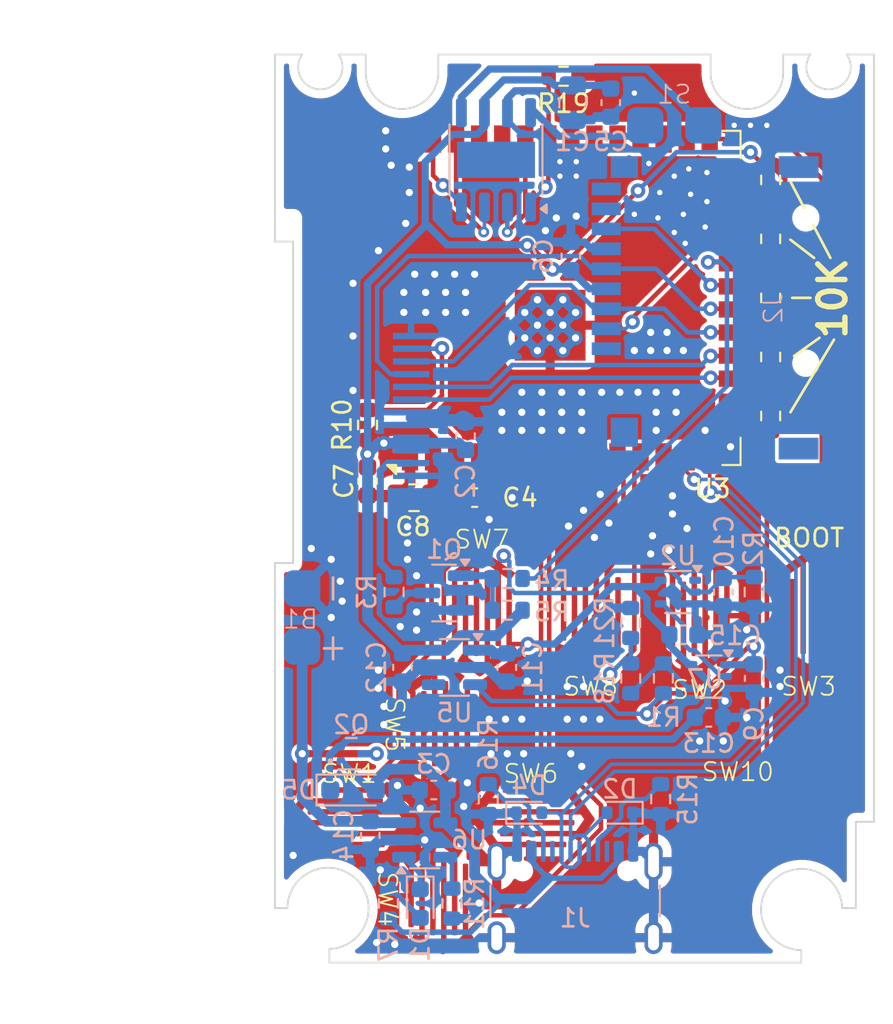
<source format=kicad_pcb>
(kicad_pcb (version 20240108) (generator "pcbnew") (generator_version "8.0")
  (layers (0 "F.Cu" signal) (31 "B.Cu" signal) (34 "B.Paste" user) (35 "F.Paste" user) (36 "B.SilkS" user "B.Silkscreen") (37 "F.SilkS" user "F.Silkscreen") (38 "B.Mask" user) (39 "F.Mask" user) (44 "Edge.Cuts" user))
  (net 0 "")
  (net 1 "GND")
  (net 2 "+3.3V")
  (net 3 "+BATT")
  (net 4 "+5V")
  (net 5 "/USB_DN")
  (net 6 "/USB_DP")
  (net 7 "/EN")
  (net 8 "Net-(D1-A)")
  (net 9 "Net-(J1-CC1)")
  (net 10 "Net-(J1-CC2)")
  (net 12 "/SD_CS")
  (net 14 "/START")
  (net 15 "/B")
  (net 16 "/A")
  (net 19 "/MOSI")
  (net 20 "/MISO")
  (net 21 "/SCK")
  (net 22 "Net-(DS1-K)")
  (net 23 "/BLK")
  (net 24 "/VBAT")
  (net 28 "/D{slash}C")
  (net 30 "/CS")
  (net 34 "/I2S_DATA")
  (net 35 "/I2S_BCK")
  (net 36 "/I2S_WS")
  (net 37 "/I2S_ENABLE")
  (net 38 "Net-(U5-EN)")
  (net 39 "S+")
  (net 40 "S-")
  (net 41 "/ON{slash}OFF")
  (net 42 "/LEFT")
  (net 43 "/DOWN")
  (net 44 "/UP")
  (net 45 "/RIGHT")
  (net 46 "Net-(U6-PROG)")
  (net 47 "Net-(D1-K)")
  (net 48 "VCC")
  (net 49 "Net-(U7-Q)")
  (net 50 "Net-(U7-CLK)")
  (net 53 "Net-(Q1-C)")
  (net 54 "Net-(Q1-B)")
  (net 60 "/MENU")
  (footprint "Capacitor_SMD:C_0603_1608Metric" (layer "F.Cu") (at 104 84.4 180)
    (property "Reference" "C4")
    (property "Value" "1uF")
  )
  (footprint "Resistor_SMD:R_0603_1608Metric" (layer "F.Cu") (at 120.31 66.905 -90)
    (property "Reference" "R13" (hide yes))
    (property "Value" "10K")
  )
  (footprint "Resistor_SMD:R_0603_1608Metric" (layer "F.Cu") (at 120.31 79.905 -90)
    (property "Reference" "R8" (hide yes))
    (property "Value" "10K")
  )
  (footprint "custom symbols:Membrane Button Hema Console" (layer "F.Cu") (at 107.1 102 90)
    (property "Reference" "SW6")
    (property "Value" "RIGHT" (hide yes))
  )
  (footprint "Resistor_SMD:R_0603_1608Metric" (layer "F.Cu") (at 98.1 80.4 -90)
    (property "Reference" "R10")
    (property "Value" "10K")
  )
  (footprint "Resistor_SMD:R_0603_1608Metric" (layer "F.Cu") (at 108.9 61.2)
    (property "Reference" "R19")
    (property "Value" "10K")
  )
  (footprint "custom symbols:Membrane Button Hema Console" (layer "F.Cu") (at 102.1 96.9 180)
    (property "Reference" "SW5")
    (property "Value" "UP" (hide yes))
  )
  (footprint "custom symbols:Membrane Button Hema Console" (layer "F.Cu") (at 122.4 90.725 180)
    (property "Reference" "SW3")
    (property "Value" "B" (hide yes))
  )
  (footprint "custom symbols:Membrane Button Hema Console" (layer "F.Cu") (at 118.5 102 90)
    (property "Reference" "SW10")
    (property "Value" "A" (hide yes))
  )
  (footprint "Resistor_SMD:R_0603_1608Metric" (layer "F.Cu") (at 120.31 73.405 -90)
    (property "Reference" "R14" (hide yes))
    (property "Value" "10K")
  )
  (footprint "custom symbols:Membrane Button Hema Console" (layer "F.Cu") (at 116.4 90.725)
    (property "Reference" "SW2")
    (property "Value" "START" (hide yes))
  )
  (footprint "custom symbols:Membrane Button Hema Console" (layer "F.Cu") (at 104.4 90.725)
    (property "Reference" "SW7")
    (property "Value" "ON/OFF" (hide yes))
  )
  (footprint "custom symbols:Membrane Button Hema Console" (layer "F.Cu") (at 102 106.5 180)
    (property "Reference" "SW4")
    (property "Value" "DOWN" (hide yes))
  )
  (footprint "Capacitor_SMD:C_0805_2012Metric" (layer "F.Cu") (at 100.66 84.405)
    (property "Reference" "C8")
    (property "Value" "10uF")
  )
  (footprint "RF_Module:ESP32-S3-WROOM-1" (layer "F.Cu") (at 105.7 73.405 90)
    (property "Reference" "U3")
    (property "Value" "ESP32-S3-WROOM-1")
  )
  (footprint "custom symbols:Membrane Button Hema Console" (layer "F.Cu") (at 97.1 102 90)
    (property "Reference" "SW1")
    (property "Value" "LEFT" (hide yes))
  )
  (footprint "custom symbols:Membrane Button Hema Console" (layer "F.Cu") (at 110.4 90.725 180)
    (property "Reference" "SW8")
    (property "Value" "MENU" (hide yes))
  )
  (footprint "Resistor_SMD:R_0603_1608Metric" (layer "F.Cu") (at 120.31 70.155 -90)
    (property "Reference" "R9" (hide yes))
    (property "Value" "10K")
  )
  (footprint "Resistor_SMD:R_0603_1608Metric" (layer "F.Cu") (at 120.31 76.655 90)
    (property "Reference" "R6" (hide yes))
    (property "Value" "10K")
  )
  (footprint "Capacitor_SMD:C_0603_1608Metric" (layer "F.Cu") (at 98.1 83.5 -90)
    (property "Reference" "C7")
    (property "Value" "100nF")
  )
  (footprint "Diode_SMD:D_SOD-523" (layer "B.Cu") (at 107 101.75)
    (property "Reference" "D4")
    (property "Value" "LESD5D5.0CT1G")
  )
  (footprint "Capacitor_SMD:C_0603_1608Metric" (layer "B.Cu") (at 105.775 93.75 90)
    (property "Reference" "C11")
    (property "Value" "1uF")
  )
  (footprint "Capacitor_SMD:C_0603_1608Metric" (layer "B.Cu") (at 119.4 94.35 90)
    (property "Reference" "C9")
    (property "Value" "1uF")
  )
  (footprint "Capacitor_SMD:C_0805_2012Metric" (layer "B.Cu") (at 109.4 62.65 90)
    (property "Reference" "C1")
    (property "Value" "10uF")
  )
  (footprint "Package_TO_SOT_SMD:SOT-353_SC-70-5" (layer "B.Cu") (at 116.9 94.25 180)
    (property "Reference" "U7")
    (property "Value" "SN74LVC1G80DCKR")
  )
  (footprint "Capacitor_SMD:C_0603_1608Metric" (layer "B.Cu") (at 101.75 100.5 180)
    (property "Reference" "C3")
    (property "Value" "2.2uF")
  )
  (footprint "Package_SO:HSOP-8-1EP_3.9x4.9mm_P1.27mm_EP2.3x2.3mm" (layer "B.Cu") (at 105.175 65.8 90)
    (property "Reference" "U4" (hide yes))
    (property "Value" "NS4168")
  )
  (footprint "Capacitor_SMD:C_0603_1608Metric" (layer "B.Cu") (at 100.025 93.75 -90)
    (property "Reference" "C12")
    (property "Value" "1uF")
  )
  (footprint "Diode_SMD:D_SOD-323_HandSoldering" (layer "B.Cu") (at 97.3 100.5)
    (property "Reference" "D5")
    (property "Value" "BAT760")
  )
  (footprint "Capacitor_SMD:C_0603_1608Metric" (layer "B.Cu") (at 115.5 91.95)
    (property "Reference" "C15")
    (property "Value" "100nF")
  )
  (footprint "Capacitor_SMD:C_0603_1608Metric" (layer "B.Cu") (at 109.3 71.1 90)
    (property "Reference" "C6")
    (property "Value" "100nF")
  )
  (footprint "Capacitor_SMD:C_0603_1608Metric" (layer "B.Cu") (at 111.5 62.65 90)
    (property "Reference" "C5")
    (property "Value" "100nF")
  )
  (footprint "LED_SMD:LED_0603_1608Metric" (layer "B.Cu") (at 101 106.75 -90)
    (property "Reference" "D1")
    (property "Value" "RLED")
  )
  (footprint "Package_TO_SOT_SMD:SOT-23-5" (layer "B.Cu") (at 102.8875 93.75 180)
    (property "Reference" "U5")
    (property "Value" "AP2112K-3.3")
  )
  (footprint "Package_TO_SOT_SMD:SOT-353_SC-70-5" (layer "B.Cu") (at 115.2 89.6 180)
    (property "Reference" "U2")
    (property "Value" "74LVC1G17")
  )
  (footprint "Resistor_SMD:R_0603_1608Metric" (layer "B.Cu") (at 104.75 101 90)
    (property "Reference" "R16")
    (property "Value" "5K1")
  )
  (footprint "custom symbols:BAT" (layer "B.Cu") (at 94.5 91 -90)
    (property "Reference" "B1")
    (property "Value" "battery_3.7v")
  )
  (footprint "Resistor_SMD:R_0603_1608Metric" (layer "B.Cu") (at 112.6 94.35 -90)
    (property "Reference" "R18")
    (property "Value" "10K")
  )
  (footprint "Package_TO_SOT_SMD:SOT-23-5" (layer "B.Cu") (at 101.25 103.25)
    (property "Reference" "U6")
    (property "Value" "TP4054")
  )
  (footprint "Resistor_SMD:R_0603_1608Metric" (layer "B.Cu") (at 99.25 106.75 -90)
    (property "Reference" "R7")
    (property "Value" "1K")
  )
  (footprint "Resistor_SMD:R_0603_1608Metric" (layer "B.Cu") (at 119.4 89.6 -90)
    (property "Reference" "R2")
    (property "Value" "10K")
  )
  (footprint "Resistor_SMD:R_0603_1608Metric" (layer "B.Cu") (at 114.4 94.35 90)
    (property "Reference" "R1")
    (property "Value" "10K")
  )
  (footprint "Resistor_SMD:R_0603_1608Metric" (layer "B.Cu") (at 102.75 106.75 -90)
    (property "Reference" "R11")
    (property "Value" "4K7")
  )
  (footprint "Resistor_SMD:R_0603_1608Metric" (layer "B.Cu") (at 99.5625 89.6 90)
    (property "Reference" "R3")
    (property "Value" "10R")
  )
  (footprint "custom symbols:ST7789-320x240" (layer "B.Cu") (at 105.3 79.375 -90)
    (property "Reference" "DS1" (hide yes))
    (property "Value" "ST7789")
  )
  (footprint "Capacitor_SMD:C_0603_1608Metric" (layer "B.Cu") (at 98.25 103 -90)
    (property "Reference" "C14")
    (property "Value" "2.2uF")
  )
  (footprint "Package_TO_SOT_SMD:SOT-23" (layer "B.Cu") (at 102.3125 89.65 180)
    (property "Reference" "Q1")
    (property "Value" "NPN_S9013")
  )
  (footprint "Diode_SMD:D_SOD-523" (layer "B.Cu") (at 112 101.75 180)
    (property "Reference" "D2")
    (property "Value" "LESD5D5.0CT1G")
  )
  (footprint "Package_TO_SOT_SMD:SOT-723" (layer "B.Cu") (at 97.2 98.5)
    (property "Reference" "Q2")
    (property "Value" "CJ3139K")
  )
  (footprint "Capacitor_SMD:C_0603_1608Metric" (layer "B.Cu") (at 117.7 89.6 90)
    (property "Reference" "C10")
    (property "Value" "1uF")
  )
  (footprint "Resistor_SMD:R_0603_1608Metric" (layer "B.Cu") (at 112.6 91.3 -90)
    (property "Reference" "R21")
    (property "Value" "10K")
  )
  (footprint "Capacitor_SMD:C_0603_1608Metric" (layer "B.Cu") (at 116.9 96.5)
    (property "Reference" "C13")
    (property "Value" "100nF")
  )
  (footprint "custom symbols:micro_sd" (layer "B.Cu") (at 120.95 74 -90)
    (property "Reference" "J2")
    (property "Value" "Micro_SD_Card")
  )
  (footprint "Resistor_SMD:R_0603_1608Metric" (layer "B.Cu") (at 105.8125 90.6)
    (property "Reference" "R5")
    (property "Value" "10K")
  )
  (footprint "Resistor_SMD:R_0603_1608Metric" (layer "B.Cu") (at 114.25 101 -90)
    (property "Reference" "R15")
    (property "Value" "5K1")
  )
  (footprint "Capacitor_SMD:C_0603_1608Metric" (layer "B.Cu") (at 103.5 81 90)
    (property "Reference" "C2")
    (property "Value" "100nF")
  )
  (footprint "Resistor_SMD:R_0603_1608Metric" (layer "B.Cu") (at 105.8125 88.85 180)
    (property "Reference" "R4")
    (property "Value" "1K")
  )
  (footprint "custom symbols:BAT" (layer "B.Cu") (at 115 63.9 180)
    (property "Reference" "S1")
    (property "Value" "Speaker")
  )
  (footprint "Connector_USB:USB_C_Receptacle_GCT_USB4105-xx-A_16P_TopMnt_Horizontal" (layer "B.Cu") (at 109.535614 107.555 180)
    (property "Reference" "J1")
    (property "Value" "USB_C_Receptacle_USB2.0_14P")
  )
  (gr_line (start 95.7 92.7) (end 96.7 92.7) (stroke (width 0.15)) (layer "B.SilkS"))
  (gr_line (start 96.2 92.1) (end 96.2 93.3) (stroke (width 0.15)) (layer "B.SilkS"))
  (gr_line (start 96.2 88.8) (end 96.2 90) (stroke (width 0.15)) (layer "B.SilkS"))
  (gr_line (start 123.8 75.7) (end 121.4 79.7) (stroke (width 0.15)) (layer "F.SilkS"))
  (gr_line (start 121.5 73.4) (end 122.5 73.4) (stroke (width 0.15)) (layer "F.SilkS"))
  (gr_line (start 121.4 70.2) (end 122.7 71.2) (stroke (width 0.15)) (layer "F.SilkS"))
  (gr_line (start 121.4 67) (end 123.6 71.2) (stroke (width 0.15)) (layer "F.SilkS"))
  (gr_line (start 121.6 76.6) (end 123 75.6) (stroke (width 0.15)) (layer "F.SilkS"))
  (gr_line (start 124.5 60) (end 126 60) (stroke (width 0.1)) (layer "Edge.Cuts"))
  (gr_line (start 98 60) (end 96.5 60) (stroke (width 0.1)) (layer "Edge.Cuts"))
  (gr_arc (start 121 61) (mid 119 63) (end 117 61) (stroke (width 0.1)) (layer "Edge.Cuts"))
  (gr_line (start 102 60) (end 117 60) (stroke (width 0.1)) (layer "Edge.Cuts"))
  (gr_arc (start 124.5 60) (mid 123.5 61.920654) (end 122.5 60) (stroke (width 0.1)) (layer "Edge.Cuts"))
  (gr_line (start 124.25 107) (end 125 107) (stroke (width 0.1)) (layer "Edge.Cuts"))
  (gr_line (start 102 61) (end 102 60) (stroke (width 0.1)) (layer "Edge.Cuts"))
  (gr_line (start 94 88) (end 93 88) (stroke (width 0.1)) (layer "Edge.Cuts"))
  (gr_line (start 121 60) (end 122.5 60) (stroke (width 0.1)) (layer "Edge.Cuts"))
  (gr_line (start 92.999883 70.3) (end 93 60) (stroke (width 0.1)) (layer "Edge.Cuts"))
  (gr_line (start 117 60) (end 117 61) (stroke (width 0.1)) (layer "Edge.Cuts"))
  (gr_line (start 122 110.000234) (end 121.999542 109.314016) (stroke (width 0.1)) (layer "Edge.Cuts"))
  (gr_line (start 94.000117 70.3) (end 94 88) (stroke (width 0.1)) (layer "Edge.Cuts"))
  (gr_line (start 96 109.25) (end 96 110) (stroke (width 0.1)) (layer "Edge.Cuts"))
  (gr_arc (start 96.5 60) (mid 95.5 61.920654) (end 94.5 60) (stroke (width 0.1)) (layer "Edge.Cuts"))
  (gr_line (start 125 102.25) (end 125 107) (stroke (width 0.1)) (layer "Edge.Cuts"))
  (gr_arc (start 102 61) (mid 100 63) (end 98 61) (stroke (width 0.1)) (layer "Edge.Cuts"))
  (gr_line (start 125 102.25) (end 126 102.25) (stroke (width 0.1)) (layer "Edge.Cuts"))
  (gr_line (start 93 88) (end 92.999766 107) (stroke (width 0.1)) (layer "Edge.Cuts"))
  (gr_line (start 121 61) (end 121 60) (stroke (width 0.1)) (layer "Edge.Cuts"))
  (gr_line (start 98 60) (end 98 61) (stroke (width 0.1)) (layer "Edge.Cuts"))
  (gr_line (start 126 60) (end 126 102.25) (stroke (width 0.1)) (layer "Edge.Cuts"))
  (gr_line (start 122 110.000234) (end 96 110) (stroke (width 0.1)) (layer "Edge.Cuts"))
  (gr_line (start 93 60) (end 94.5 60) (stroke (width 0.1)) (layer "Edge.Cuts"))
  (gr_arc (start 121.999543 109.314016) (mid 120.412726 105.519449) (end 124.25 107) (stroke (width 0.1)) (layer "Edge.Cuts"))
  (gr_line (start 92.999766 107) (end 93.685984 106.999542) (stroke (width 0.1)) (layer "Edge.Cuts"))
  (gr_line (start 92.999883 70.3) (end 94.000117 70.3) (stroke (width 0.1)) (layer "Edge.Cuts"))
  (gr_arc (start 93.685984 106.999542) (mid 97.480552 105.41272) (end 96 109.249999) (stroke (width 0.1)) (layer "Edge.Cuts"))
  (gr_text "BOOT" (at 120.4 87.2 0) (layer "F.SilkS") (effects (font (size 1 1)) (justify left bottom)))
  (gr_text "10K" (at 124.6 75.8 90) (layer "F.SilkS") (effects (font (size 1.5 1.5) (thickness 0.3) (bold yes)) (justify left bottom)))
  (segment (start 98.1 84.275) (end 99.58 84.275) (width 0.6) (layer "F.Cu") (net 1))
  (segment (start 100.44 83.675) (end 99.71 84.405) (width 0.6) (layer "F.Cu") (net 1))
  (segment (start 104.765614 104.45) (end 103.148321 102.832707) (width 0.5) (layer "F.Cu") (net 1))
  (segment (start 100.44 82.155) (end 100.44 83.675) (width 0.6) (layer "F.Cu") (net 1))
  (segment (start 99.58 84.275) (end 99.71 84.405) (width 0.6) (layer "F.Cu") (net 1))
  (segment (start 103.148321 102.832707) (end 101.567241 102.832707) (width 0.5) (layer "F.Cu") (net 1))
  (segment (start 105.215614 104.45) (end 104.765614 104.45) (width 0.5) (layer "F.Cu") (net 1))
  (segment (start 101.567241 102.832707) (end 101.216588 103.18336) (width 0.5) (layer "F.Cu") (net 1))
  (via (at 112 78.6) (size 0.8) (drill 0.4) (layers "F.Cu" "B.Cu") (net 1))
  (via (at 118.1 81.6) (size 0.8) (drill 0.4) (layers "F.Cu" "B.Cu") (net 1))
  (via (at 98.6 108.9) (size 0.8) (drill 0.4) (layers "F.Cu" "B.Cu") (net 1))
  (via (at 107.7 79.7) (size 0.8) (drill 0.4) (layers "F.Cu" "B.Cu") (net 1))
  (via (at 115.1 79.7) (size 0.8) (drill 0.4) (layers "F.Cu" "B.Cu") (net 1))
  (via (at 100.7 72.1) (size 0.8) (drill 0.4) (layers "F.Cu" "B.Cu") (net 1))
  (via (at 98.7 94.9) (size 0.8) (drill 0.4) (layers "F.Cu" "B.Cu") (net 1))
  (via (at 117.8 95.6) (size 0.8) (drill 0.4) (layers "F.Cu" "B.Cu") (net 1))
  (via (at 101.25 103.25) (size 0.8) (drill 0.4) (layers "F.Cu" "B.Cu") (net 1))
  (via (at 116.8 68.1) (size 0.6) (drill 0.3) (layers "F.Cu" "B.Cu") (net 1))
  (via (at 116.8 66.5) (size 0.6) (drill 0.3) (layers "F.Cu" "B.Cu") (net 1))
  (via (at 108.7 65.9) (size 0.6) (drill 0.3) (layers "F.Cu" "B.Cu") (net 1))
  (via (at 115 69.8) (size 0.6) (drill 0.3) (layers "F.Cu" "B.Cu") (net 1))
  (via (at 117.7 97.8) (size 0.8) (drill 0.4) (layers "F.Cu" "B.Cu") (net 1))
  (via (at 100.4 67.6) (size 0.8) (drill 0.4) (layers "F.Cu" "B.Cu") (net 1))
  (via (at 114.1 69) (size 0.6) (drill 0.3) (layers "F.Cu" "B.Cu") (net 1))
  (via (at 100.2 69.3) (size 0.8) (drill 0.4) (layers "F.Cu" "B.Cu") (net 1))
  (via (at 105.5 79.7) (size 0.8) (drill 0.4) (layers "F.Cu" "B.Cu") (net 1))
  (via (at 103.5 74.2) (size 0.8) (drill 0.4) (layers "F.Cu" "B.Cu") (net 1))
  (via (at 110 96.6) (size 0.8) (drill 0.4) (layers "F.Cu" "B.Cu") (net 1))
  (via (at 112.8 76.3) (size 0.8) (drill 0.4) (layers "F.Cu" "B.Cu") (net 1))
  (via (at 98.8 104.9) (size 0.8) (drill 0.4) (layers "F.Cu" "B.Cu") (net 1))
  (via (at 119 96.5) (size 0.8) (drill 0.4) (layers "F.Cu" "B.Cu") (net 1))
  (via (at 103.4 101.4) (size 0.8) (drill 0.4) (layers "F.Cu" "B.Cu") (net 1))
  (via (at 115.1 78.6) (size 0.8) (drill 0.4) (layers "F.Cu" "B.Cu") (net 1))
  (via (at 98.7 70.8) (size 0.8) (drill 0.4) (layers "F.Cu" "B.Cu") (net 1))
  (via (at 101.3 73.1) (size 0.8) (drill 0.4) (layers "F.Cu" "B.Cu") (net 1))
  (via (at 110.918673 84.218673) (size 0.8) (drill 0.4) (layers "F.Cu" "B.Cu") (net 1))
  (via (at 115.6 70.4) (size 0.6) (drill 0.3) (layers "F.Cu" "B.Cu") (net 1))
  (via (at 100.8 90.7) (size 0.8) (drill 0.4) (layers "F.Cu" "B.Cu") (net 1))
  (via (at 115 66.7) (size 0.6) (drill 0.3) (layers "F.Cu" "B.Cu") (net 1))
  (via (at 104 72.1) (size 0.8) (drill 0.4) (layers "F.Cu" "B.Cu") (net 1))
  (via (at 96.6 89) (size 0.8) (drill 0.4) (layers "F.Cu" "B.Cu") (net 1))
  (via (at 105.8 98.5) (size 0.8) (drill 0.4) (layers "F.Cu" "B.Cu") (net 1))
  (via (at 100.8 88.7) (size 0.8) (drill 0.4) (layers "F.Cu" "B.Cu") (net 1))
  (via (at 97.3 72.6) (size 0.8) (drill 0.4) (layers "F.Cu" "B.Cu") (net 1))
  (via (at 110 85.1) (size 0.8) (drill 0.4) (layers "F.Cu" "B.Cu") (net 1))
  (via (at 114.6 76.3) (size 0.8) (drill 0.4) (layers "F.Cu" "B.Cu") (net 1))
  (via (at 96.7 90.1) (size 0.8) (drill 0.4) (layers "F.Cu" "B.Cu") (net 1))
  (via (at 104.9 98.5) (size 0.8) (drill 0.4) (layers "F.Cu" "B.Cu") (net 1))
  (via (at 99.1 65.2) (size 0.8) (drill 0.4) (layers "F.Cu" "B.Cu") (net 1))
  (via (at 114 80.7) (size 0.8) (drill 0.4) (layers "F.Cu" "B.Cu") (net 1))
  (via (at 99.1 64.2) (size 0.8) (drill 0.4) (layers "F.Cu" "B.Cu") (net 1))
  (via (at 109.9 80.7) (size 0.8) (drill 0.4) (layers "F.Cu" "B.Cu") (net 1))
  (via (at 107.7 78.6) (size 0.8) (drill 0.4) (layers "F.Cu" "B.Cu") (net 1))
  (via (at 104.25 106.721392) (size 0.8) (drill 0.4) (layers "F.Cu" "B.Cu") (net 1))
  (via (at 99 95.9) (size 0.8) (drill 0.4) (layers "F.Cu" "B.Cu") (net 1))
  (via (at 102.4 73.1) (size 0.8) (drill 0.4) (layers "F.Cu" "B.Cu") (net 1))
  (via (at 109.9 99.2) (size 0.8) (drill 0.4) (layers "F.Cu" "B.Cu") (net 1))
  (via (at 110 94.8) (size 0.8) (drill 0.4) (layers "F.Cu" "B.Cu") (net 1))
  (via (at 115.5 76.3) (size 0.8) (drill 0.4) (layers "F.Cu" "B.Cu") (net 1))
  (via (at 114.2 67.6) (size 0.6) (drill 0.3) (layers "F.Cu" "B.Cu") (net 1))
  (via (at 102.9 72.1) (size 0.8) (drill 0.4) (layers "F.Cu" "B.Cu") (net 1))
  (via (at 111.4 85.8) (size 0.8) (drill 0.4) (layers "F.Cu" "B.Cu") (net 1))
  (via (at 113.6 66) (size 0.6) (drill 0.3) (layers "F.Cu" "B.Cu") (net 1))
  (via (at 109.6 65.905002) (size 0.6) (drill 0.3) (layers "F.Cu" "B.Cu") (net 1))
  (via (at 104.8 96.6) (size 0.8) (drill 0.4) (layers "F.Cu" "B.Cu") (net 1))
  (via (at 112.8 68.8) (size 0.6) (drill 0.3) (layers "F.Cu" "B.Cu") (net 1))
  (via (at 114.7 87.3) (size 0.8) (drill 0.4) (layers "F.Cu" "B.Cu") (net 1))
  (via (at 94 104.1) (size 0.8) (drill 0.4) (layers "F.Cu" "B.Cu") (net 1))
  (via (at 120.825 93.9) (size 0.8) (drill 0.4) (layers "F.Cu" "B.Cu") (net 1))
  (via (at 118.3 63.9) (size 0.6) (drill 0.3) (layers "F.Cu" "B.Cu") (net 1))
  (via (at 108.5 69) (size 0.8) (drill 0.4) (layers "F.Cu" "B.Cu") (net 1))
  (via (at 109.9 78.6) (size 0.8) (drill 0.4) (layers "F.Cu" "B.Cu") (net 1))
  (via (at 116.4 97.8) (size 0.8) (drill 0.4) (layers "F.Cu" "B.Cu") (net 1))
  (via (at 109.6 68.9) (size 0.8) (drill 0.4) (layers "F.Cu" "B.Cu") (net 1))
  (via (at 105.7 96.6) (size 0.8) (drill 0.4) (layers "F.Cu" "B.Cu") (net 1))
  (via (at 107.7 80.7) (size 0.8) (drill 0.4) (layers "F.Cu" "B.Cu") (net 1))
  (via (at 100.4 66.2) (size 0.8) (drill 0.4) (layers "F.Cu" "B.Cu") (net 1))
  (via (at 109.9 79.7) (size 0.8) (drill 0.4) (layers "F.Cu" "B.Cu") (net 1))
  (via (at 106.6 96.6) (size 0.8) (drill 0.4) (layers "F.Cu" "B.Cu") (net 1))
  (via (at 114.9 85.3) (size 0.8) (drill 0.4) (layers "F.Cu" "B.Cu") (net 1))
  (via (at 110.600683 86.594323) (size 0.8) (drill 0.4) (layers "F.Cu" "B.Cu") (net 1))
  (via (at 114.9 84.3) (size 0.8) (drill 0.4) (layers "F.Cu" "B.Cu") (net 1))
  (via (at 104.8 85.6) (size 0.8) (drill 0.4) (layers "F.Cu" "B.Cu") (net 1))
  (via (at 116.7 80.7) (size 0.8) (drill 0.4) (layers "F.Cu" "B.Cu") (net 1))
  (via (at 113.8 86.5) (size 0.8) (drill 0.4) (layers "F.Cu" "B.Cu") (net 1))
  (via (at 115.9 67.7) (size 0.6) (drill 0.3) (layers "F.Cu" "B.Cu") (net 1))
  (via (at 119.2 63.9) (size 0.6) (drill 0.3) (layers "F.Cu" "B.Cu") (net 1))
  (via (at 120.825 94.8) (size 0.8) (drill 0.4) (layers "F.Cu" "B.Cu") (net 1))
  (via (at 96.1 87.8) (size 0.8) (drill 0.4) (layers "F.Cu" "B.Cu") (net 1))
  (via (at 109.168673 85.968673) (size 0.8) (drill 0.4) (layers "F.Cu" "B.Cu") (net 1))
  (via (at 95 87.2) (size 0.8) (drill 0.4) (layers "F.Cu" "B.Cu") (net 1))
  (via (at 109.6 66.7) (size 0.6) (drill 0.3) (layers "F.Cu" "B.Cu") (net 1))
  (via (at 114 79.7) (size 0.8) (drill 0.4) (layers "F.Cu" "B.Cu") (net 1))
  (via (at 113.7 76.3) (size 0.8) (drill 0.4) (layers "F.Cu" "B.Cu") (net 1))
  (via (at 114.6 75.3) (size 0.8) (drill 0.4) (layers "F.Cu" "B.Cu") (net 1))
  (via (at 97.3 75.5) (size 0.8) (drill 0.4) (layers "F.Cu" "B.Cu") (net 1))
  (via (at 108.7 66.7) (size 0.6) (drill 0.3) (layers "F.Cu" "B.Cu") (net 1))
  (via (at 100.3 87.8) (size 0.8) (drill 0.4) (layers "F.Cu" "B.Cu") (net 1))
  (via (at 118.990383 91.67692) (size 0.8) (drill 0.4) (layers "F.Cu" "B.Cu") (net 1))
  (via (at 112.8 62.125) (size 0.6) (drill 0.3) (layers "F.Cu" "B.Cu") (net 1))
  (via (at 103.6 100.1) (size 0.8) (drill 0.4) (layers "F.Cu" "B.Cu") (net 1))
  (via (at 116.7 69.5) (size 0.6) (drill 0.3) (layers "F.Cu" "B.Cu") (net 1))
  (via (at 98.7 93.9) (size 0.8) (drill 0.4) (layers "F.Cu" "B.Cu") (net 1))
  (via (at 102.4 74.2) (size 0.8) (drill 0.4) (layers "F.Cu" "B.Cu") (net 1))
  (via (at 106.6 78.6) (size 0.8) (drill 0.4) (layers "F.Cu" "B.Cu") (net 1))
  (via (at 114 78.6) (size 0.8) (drill 0.4) (layers "F.Cu" "B.Cu") (net 1))
  (via (at 99.75 100.25) (size 0.8) (drill 0.4) (layers "F.Cu" "B.Cu") (net 1))
  (via (at 110.9 96.6) (size 0.8) (drill 0.4) (layers "F.Cu" "B.Cu") (net 1))
  (via (at 100.1 73.1) (size 0.8) (drill 0.4) (layers "F.Cu" "B.Cu") (net 1))
  (via (at 106.7 98.5) (size 0.8) (drill 0.4) (layers "F.Cu" "B.Cu") (net 1))
  (via (at 101.3 74.2) (size 0.8) (drill 0.4) (layers "F.Cu" "B.Cu") (net 1))
  (via (at 108.8 78.6) (size 0.8) (drill 0.4) (layers "F.Cu" "B.Cu") (net 1))
  (via (at 120.1 63.9) (size 0.6) (drill 0.3) (layers "F.Cu" "B.Cu") (net 1))
  (via (at 106.6 80.7) (size 0.8) (drill 0.4) (layers "F.Cu" "B.Cu") (net 1))
  (via (at 99.6 109) (size 0.8) (drill 0.4) (layers "F.Cu" "B.Cu") (net 1))
  (via (at 115.5 68.8) (size 0.6) (drill 0.3) (layers "F.Cu" "B.Cu") (net 1))
  (via (at 106.065 84.4) (size 0.8) (drill 0.4) (layers "F.Cu" "B.Cu") (net 1))
  (via (at 99 96.9) (size 0.8) (drill 0.4) (layers "F.Cu" "B.Cu") (net 1))
  (via (at 115.8 66.3) (size 0.6) (drill 0.3) (layers "F.Cu" "B.Cu") (net 1))
  (via (at 100.3 86) (size 0.8) (drill 0.4) (layers "F.Cu" "B.Cu") (net 1))
  (via (at 115.7 86.1) (size 0.8) (drill 0.4) (layers "F.Cu" "B.Cu") (net 1))
  (via (at 113 78.6) (size 0.8) (drill 0.4) (layers "F.Cu" "B.Cu") (net 1))
  (via (at 109.1 94.8) (size 0.8) (drill 0.4) (layers "F.Cu" "B.Cu") (net 1))
  (via (at 113.7 87.5) (size 0.8) (drill 0.4) (layers "F.Cu" "B.Cu") (net 1))
  (via (at 100.1 74.2) (size 0.8) (drill 0.4) (layers "F.Cu" "B.Cu") (net 1))
  (via (at 96.1 91) (size 0.8) (drill 0.4) (layers "F.Cu" "B.Cu") (net 1))
  (via (at 108.8 80.7) (size 0.8) (drill 0.4) (layers "F.Cu" "B.Cu") (net 1))
  (via (at 99.4 66.1) (size 0.8) (drill 0.4) (layers "F.Cu" "B.Cu") (net 1))
  (via (at 101.8 72.1) (size 0.8) (drill 0.4) (layers "F.Cu" "B.Cu") (net 1))
  (via (at 100.8 91.7) (size 0.8) (drill 0.4) (layers "F.Cu" "B.Cu") (net 1))
  (via (at 109.1 96.6) (size 0.8) (drill 0.4) (layers "F.Cu" "B.Cu") (net 1))
  (via (at 111 78.6) (size 0.8) (drill 0.4) (layers "F.Cu" "B.Cu") (net 1))
  (via (at 107.9 69.7) (size 0.8) (drill 0.4) (layers "F.Cu" "B.Cu") (net 1))
  (via (at 99.9 91.5) (size 0.8) (drill 0.4) (layers "F.Cu" "B.Cu") (net 1))
  (via (at 108.8 79.7) (size 0.8) (drill 0.4) (layers "F.Cu" "B.Cu") (net 1))
  (via (at 100.3 86.9) (size 0.8) (drill 0.4) (layers "F.Cu" "B.Cu") (net 1))
  (via (at 105.5 80.7) (size 0.8) (drill 0.4) (layers "F.Cu" "B.Cu") (net 1))
  (via (at 103.5 73.1) (size 0.8) (drill 0.4) (layers "F.Cu" "B.Cu") (net 1))
  (via (at 109.3 98.5) (size 0.8) (drill 0.4) (layers "F.Cu" "B.Cu") (net 1))
  (via (at 106.9 94.5) (size 0.8) (drill 0.4) (layers "F.Cu" "B.Cu") (net 1))
  (via (at 97.3 78.5) (size 0.8) (drill 0.4) (layers "F.Cu" "B.Cu") (net 1))
  (via (at 106.6 79.7) (size 0.8) (drill 0.4) (layers "F.Cu" "B.Cu") (net 1))
  (via (at 113.7 75.3) (size 0.8) (drill 0.4) (layers "F.Cu" "B.Cu") (net 1))
  (via (at 101 101.5) (size 0.8) (drill 0.4) (layers "F.Cu" "B.Cu") (net 1))
  (segment (start 110.425 70.7) (end 110.05 70.325) (width 0.4) (layer "B.Cu") (net 1))
  (segment (start 100.1125 103.25) (end 98.775 103.25) (width 0.6) (layer "B.Cu") (net 1))
  (segment (start 107.5125 64.4) (end 106.584369 64.4) (width 0.3) (layer "B.Cu") (net 1))
  (segment (start 106.335614 103.803772) (end 106.3 103.839386) (width 0.4) (layer "B.Cu") (net 1))
  (segment (start 119.175 94.9) (end 117.85 94.9) (width 0.4) (layer "B.Cu") (net 1))
  (segment (start 112.735614 101.785614) (end 112.7 101.75) (width 0.25) (layer "B.Cu") (net 1))
  (segment (start 100.95 93.75) (end 104.025 93.75) (width 0.6) (layer "B.Cu") (net 1))
  (segment (start 119.35 90.375) (end 119.4 90.425) (width 0.25) (layer "B.Cu") (net 1))
  (segment (start 104.687499 93.75) (end 105.462499 94.525) (width 0.6) (layer "B.Cu") (net 1))
  (segment (start 109.1 63.6) (end 109.4 63.6) (width 0.4) (layer "B.Cu") (net 1))
  (segment (start 106.584369 64.4) (end 105.81 63.625631) (width 0.3) (layer "B.Cu") (net 1))
  (segment (start 106.3 101.75) (end 106.335614 101.785614) (width 0.4) (layer "B.Cu") (net 1))
  (segment (start 119.4 95.125) (end 119.175 94.9) (width 0.4) (layer "B.Cu") (net 1))
  (segment (start 105.81 63.625631) (end 105.81 63.2) (width 0.3) (layer "B.Cu") (net 1))
  (segment (start 105.81 62.413026) (end 106.223026 62) (width 0.4) (layer "B.Cu") (net 1))
  (segment (start 112.735614 103.875) (end 113.280614 103.875) (width 0.5) (layer "B.Cu") (net 1))
  (segment (start 117.575 90.25) (end 117.7 90.375) (width 0.25) (layer "B.Cu") (net 1))
  (segment (start 106.335614 103.875) (end 105.790614 103.875) (width 0.5) (layer "B.Cu") (net 1))
  (segment (start 103.5 80.225) (end 103.375 80.1) (width 1) (layer "B.Cu") (net 1))
  (segment (start 100.6 80.1) (end 100.5 80) (width 0.6) (layer "B.Cu") (net 1))
  (segment (start 117.7 90.375) (end 119.35 90.375) (width 0.25) (layer "B.Cu") (net 1))
  (segment (start 116.15 90.25) (end 117.575 90.25) (width 0.25) (layer "B.Cu") (net 1))
  (segment (start 108.7 65.9) (end 108.7 65.5875) (width 0.3) (layer "B.Cu") (net 1))
  (segment (start 113.280614 103.875) (end 113.855614 104.45) (width 0.5) (layer "B.Cu") (net 1))
  (segment (start 103.375 80.1) (end 100.6 80.1) (width 0.6) (layer "B.Cu") (net 1))
  (segment (start 104.025 93.75) (end 104.687499 93.75) (width 0.6) (layer "B.Cu") (net 1))
  (segment (start 106.335614 101.785614) (end 106.335614 103.803772) (width 0.4) (layer "B.Cu") (net 1))
  (segment (start 108.7 65.5875) (end 107.5125 64.4) (width 0.3) (layer "B.Cu") (net 1))
  (segment (start 105.790614 103.875) (end 105.215614 104.45) (width 0.5) (layer "B.Cu") (net 1))
  (segment (start 110.05 70.325) (end 109.3 70.325) (width 0.4) (layer "B.Cu") (net 1))
  (segment (start 105.462499 94.525) (end 105.775 94.525) (width 0.6) (layer "B.Cu") (net 1))
  (segment (start 112.735614 101.785614) (end 112.735614 103.875) (width 0.4) (layer "B.Cu") (net 1))
  (segment (start 108.7 65.7) (end 108.7 65.9) (width 0.2) (layer "B.Cu") (net 1))
  (segment (start 112.8 62.125) (end 111.5 63.425) (width 0.4) (layer "B.Cu") (net 1))
  (segment (start 106.223026 62) (end 107.5 62) (width 0.4) (layer "B.Cu") (net 1))
  (segment (start 100.175 94.525) (end 100.95 93.75) (width 0.6) (layer "B.Cu") (net 1))
  (segment (start 111.25 70.7) (end 110.425 70.7) (width 0.4) (layer "B.Cu") (net 1))
  (segment (start 98.775 103.25) (end 98.25 103.775) (width 0.6) (layer "B.Cu") (net 1))
  (segment (start 107.5 62) (end 109.1 63.6) (width 0.4) (layer "B.Cu") (net 1))
  (segment (start 100.025 94.525) (end 100.175 94.525) (width 0.6) (layer "B.Cu") (net 1))
  (segment (start 121.11 76.68) (end 120.31 77.48) (width 0.25) (layer "F.Cu") (net 2))
  (segment (start 98.1 82.725) (end 98.1 82) (width 0.6) (layer "F.Cu") (net 2))
  (segment (start 108.25 71.825) (end 106.9 70.475) (width 0.4) (layer "F.Cu") (net 2))
  (segment (start 108.3 71.825) (end 108.25 71.825) (width 0.25) (layer "F.Cu") (net 2))
  (segment (start 120.31 72.58) (end 121.11 73.38) (width 0.25) (layer "F.Cu") (net 2))
  (segment (start 120.31 66.08) (end 119.9 66.08) (width 0.25) (layer "F.Cu") (net 2))
  (segment (start 121.11 78.28) (end 121.11 79.93) (width 0.25) (layer "F.Cu") (net 2))
  (segment (start 120.31 77.48) (end 121.11 78.28) (width 0.25) (layer "F.Cu") (net 2))
  (segment (start 108.675 71.825) (end 108.3 71.825) (width 0.25) (layer "F.Cu") (net 2))
  (segment (start 113 67.5) (end 108.675 71.825) (width 0.25) (layer "F.Cu") (net 2))
  (segment (start 101.71 82.155) (end 101.71 84.305) (width 0.6) (layer "F.Cu") (net 2))
  (segment (start 120.31 69.33) (end 121.11 70.13) (width 0.25) (layer "F.Cu") (net 2))
  (segment (start 99 80.7) (end 99 81.4) (width 0.6) (layer "F.Cu") (net 2))
  (segment (start 121.11 73.38) (end 121.11 76.68) (width 0.25) (layer "F.Cu") (net 2))
  (segment (start 98.625 80.7) (end 98.1 81.225) (width 0.6) (layer "F.Cu") (net 2))
  (segment (start 101.71 82.155) (end 101.71 81.225) (width 0.6) (layer "F.Cu") (net 2))
  (segment (start 121.11 66.88) (end 121.11 68.53) (width 0.25) (layer "F.Cu") (net 2))
  (segment (start 119.9 66.08) (end 119.2 65.38) (width 0.25) (layer "F.Cu") (net 2))
  (segment (start 121.11 68.53) (end 120.31 69.33) (width 0.25) (layer "F.Cu") (net 2))
  (segment (start 121.11 79.93) (end 120.31 80.73) (width 0.25) (layer "F.Cu") (net 2))
  (segment (start 101.71 81.225) (end 101.185 80.7) (width 0.6) (layer "F.Cu") (net 2))
  (segment (start 98.1 82) (end 98.1 81.225) (width 0.6) (layer "F.Cu") (net 2))
  (segment (start 120.31 66.08) (end 121.11 66.88) (width 0.25) (layer "F.Cu") (net 2))
  (segment (start 121.11 71.78) (end 120.31 72.58) (width 0.25) (layer "F.Cu") (net 2))
  (segment (start 121.11 70.13) (end 121.11 71.78) (width 0.25) (layer "F.Cu") (net 2))
  (segment (start 101.185 80.7) (end 99 80.7) (width 0.6) (layer "F.Cu") (net 2))
  (segment (start 99 80.7) (end 98.625 80.7) (width 0.6) (layer "F.Cu") (net 2))
  (via (at 108.3 71.825) (size 0.8) (drill 0.4) (layers "F.Cu" "B.Cu") (net 2))
  (via (at 98.1 82) (size 0.8) (drill 0.4) (layers "F.Cu" "B.Cu") (net 2))
  (via (at 113 67.5) (size 0.8) (drill 0.4) (layers "F.Cu" "B.Cu") (net 2))
  (via (at 106.9 70.5) (size 0.8) (drill 0.4) (layers "F.Cu" "B.Cu") (net 2))
  (via (at 119.2 65.38) (size 0.8) (drill 0.4) (layers "F.Cu" "B.Cu") (net 2))
  (via (at 99 81.4) (size 0.8) (drill 0.4) (layers "F.Cu" "B.Cu") (net 2))
  (segment (start 108.1 61.4) (end 108.4 61.7) (width 0.4) (layer "B.Cu") (net 2))
  (segment (start 100.2 92.8) (end 100.025 92.975) (width 0.6) (layer "B.Cu") (net 2))
  (segment (start 101.275 65.925) (end 101.275 69.275) (width 0.4) (layer "B.Cu") (net 2))
  (segment (start 102.439106 92.8) (end 103.239106 92) (width 0.6) (layer "B.Cu") (net 2))
  (segment (start 113 67.5) (end 115.12 65.38) (width 0.25) (layer "B.Cu") (net 2))
  (segment (start 98.1 82) (end 98.7 81.4) (width 0.6) (layer "B.Cu") (net 2))
  (segment (start 103.125 81.4) (end 103.5 81.775) (width 0.6) (layer "B.Cu") (net 2))
  (segment (start 104.54 62.46) (end 105.6 61.4) (width 0.4) (layer "B.Cu") (net 2))
  (segment (start 109.4 61.6) (end 109.4 61.75) (width 0.25) (layer "B.Cu") (net 2))
  (segment (start 108.4 61.7) (end 109.4 61.7) (width 0.4) (layer "B.Cu") (net 2))
  (segment (start 101.275 69.425) (end 98.1 72.6) (width 0.4) (layer "B.Cu") (net 2))
  (segment (start 103.239106 92) (end 105.2375 92) (width 0.6) (layer "B.Cu") (net 2))
  (segment (start 104.139999 64.4) (end 102.8 64.4) (width 0.4) (layer "B.Cu") (net 2))
  (segment (start 109.25 71.825) (end 109.3 71.875) (width 0.4) (layer "B.Cu") (net 2))
  (segment (start 102.8 64.4) (end 101.275 65.925) (width 0.4) (layer "B.Cu") (net 2))
  (segment (start 100.025 92.975) (end 98.1 91.05) (width 0.6) (layer "B.Cu") (net 2))
  (segment (start 98.1 91.05) (end 98.1 82) (width 0.6) (layer "B.Cu") (net 2))
  (segment (start 104.54 63.2) (end 104.54 63.999999) (width 0.4) (layer "B.Cu") (net 2))
  (segment (start 108.3 71.825) (end 109.25 71.825) (width 0.4) (layer "B.Cu") (net 2))
  (segment (start 101.75 92.8) (end 102.439106 92.8) (width 0.6) (layer "B.Cu") (net 2))
  (segment (start 104.54 63.2) (end 104.54 62.46) (width 0.4) (layer "B.Cu") (net 2))
  (segment (start 109.3 71.875) (end 110.325 72.9) (width 0.4) (layer "B.Cu") (net 2))
  (segment (start 98.7 81.4) (end 99 81.4) (width 0.6) (layer "B.Cu") (net 2))
  (segment (start 104.54 63.999999) (end 104.139999 64.4) (width 0.4) (layer "B.Cu") (net 2))
  (segment (start 105.2375 92) (end 106.6375 90.6) (width 0.6) (layer "B.Cu") (net 2))
  (segment (start 102.475 70.475) (end 101.275 69.275) (width 0.4) (layer "B.Cu") (net 2))
  (segment (start 101.75 92.8) (end 100.2 92.8) (width 0.6) (layer "B.Cu") (net 2))
  (segment (start 109.4 61.7) (end 111.325 61.7) (width 0.4) (layer "B.Cu") (net 2))
  (segment (start 99 81.4) (end 103.125 81.4) (width 0.6) (layer "B.Cu") (net 2))
  (segment (start 98.1 72.6) (end 98.1 82) (width 0.4) (layer "B.Cu") (net 2))
  (segment (start 106.9 70.475) (end 102.475 70.475) (width 0.4) (layer "B.Cu") (net 2))
  (segment (start 110.325 72.9) (end 111.25 72.9) (width 0.4) (layer "B.Cu") (net 2))
  (segment (start 101.275 69.275) (end 101.275 69.425) (width 0.4) (layer "B.Cu") (net 2))
  (segment (start 115.12 65.38) (end 119.2 65.38) (width 0.25) (layer "B.Cu") (net 2))
  (segment (start 105.6 61.4) (end 108.1 61.4) (width 0.4) (layer "B.Cu") (net 2))
  (segment (start 98.6 98.5) (end 94.5 98.5) (width 0.4) (layer "F.Cu") (net 3))
  (via (at 94.5 98.5) (size 0.8) (drill 0.4) (layers "F.Cu" "B.Cu") (net 3))
  (via (at 98.6 98.5) (size 0.8) (drill 0.4) (layers "F.Cu" "B.Cu") (net 3))
  (segment (start 98.325 102.3) (end 98.25 102.225) (width 0.25) (layer "B.Cu") (net 3))
  (segment (start 94.5 98.5) (end 94.5 100.9) (width 0.6) (layer "B.Cu") (net 3))
  (segment (start 100.1125 102.3) (end 98.325 102.3) (width 0.6) (layer "B.Cu") (net 3))
  (segment (start 94.5 92.6) (end 94.5 98.5) (width 0.6) (layer "B.Cu") (net 3))
  (segment (start 97.775 98.5) (end 98.6 98.5) (width 0.4) (layer "B.Cu") (net 3))
  (segment (start 94.5 100.9) (end 95.825 102.225) (width 0.6) (layer "B.Cu") (net 3))
  (segment (start 95.825 102.225) (end 98.25 102.225) (width 0.6) (layer "B.Cu") (net 3))
  (segment (start 111.935614 104.385096) (end 111.935614 103.875) (width 0.3) (layer "B.Cu") (net 4))
  (segment (start 101.375 99.35) (end 99.25 99.35) (width 0.6) (layer "B.Cu") (net 4))
  (segment (start 108.035615 105.35) (end 110.97071 105.35) (width 0.3) (layer "B.Cu") (net 4))
  (segment (start 107.370614 104.649695) (end 107.370614 104.684999) (width 0.3) (layer "B.Cu") (net 4))
  (segment (start 102.525 100.5) (end 101.375 99.35) (width 0.6) (layer "B.Cu") (net 4))
  (segment (start 106.885615 106.5) (end 105.3014 106.5) (width 0.6) (layer "B.Cu") (net 4))
  (segment (start 99.25 99.35) (end 98.55 100.05) (width 0.6) (layer "B.Cu") (net 4))
  (segment (start 110.97071 105.35) (end 111.935614 104.385096) (width 0.3) (layer "B.Cu") (net 4))
  (segment (start 98.225 100.5) (end 98.55 100.5) (width 0.4) (layer "B.Cu") (net 4))
  (segment (start 103.785661 108.325) (end 105.3014 106.809261) (width 0.3) (layer "B.Cu") (net 4))
  (segment (start 99.25 107.575) (end 100 108.325) (width 0.3) (layer "B.Cu") (net 4))
  (segment (start 108.035615 105.35) (end 106.885615 106.5) (width 0.6) (layer "B.Cu") (net 4))
  (segment (start 98.55 100.05) (end 98.55 100.5) (width 0.6) (layer "B.Cu") (net 4))
  (segment (start 105.3014 106.809261) (end 105.3014 106.5) (width 0.3) (layer "B.Cu") (net 4))
  (segment (start 102.3875 102.3) (end 102.3875 100.6375) (width 0.6) (layer "B.Cu") (net 4))
  (segment (start 107.135614 103.875) (end 107.135614 104.414695) (width 0.3) (layer "B.Cu") (net 4))
  (segment (start 107.370614 104.684999) (end 107.860615 105.175) (width 0.3) (layer "B.Cu") (net 4))
  (segment (start 96.625 98.9) (end 98.225 100.5) (width 0.4) (layer "B.Cu") (net 4))
  (segment (start 105.3014 106.5) (end 104 105.1986) (width 0.6) (layer "B.Cu") (net 4))
  (segment (start 107.135614 104.414695) (end 107.370614 104.649695) (width 0.3) (layer "B.Cu") (net 4))
  (segment (start 102.3875 100.6375) (end 102.525 100.5) (width 0.6) (layer "B.Cu") (net 4))
  (segment (start 100 108.325) (end 103.785661 108.325) (width 0.3) (layer "B.Cu") (net 4))
  (segment (start 104 105.1986) (end 104 103.9125) (width 0.6) (layer "B.Cu") (net 4))
  (segment (start 104 103.9125) (end 102.3875 102.3) (width 0.6) (layer "B.Cu") (net 4))
  (segment (start 115.68 82.98) (end 115.68 82.155) (width 0.2) (layer "F.Cu") (net 5))
  (segment (start 116.1 83.4) (end 115.68 82.98) (width 0.2) (layer "F.Cu") (net 5))
  (via (at 116.1 83.4) (size 0.8) (drill 0.4) (layers "F.Cu" "B.Cu") (net 5))
  (segment (start 122.1 95.7) (end 118.325 99.475) (width 0.2) (layer "B.Cu") (net 5))
  (segment (start 117.4 83.4) (end 122.1 88.1) (width 0.2) (layer "B.Cu") (net 5))
  (segment (start 110.285614 103.285614) (end 110 103) (width 0.2) (layer "B.Cu") (net 5))
  (segment (start 109.285614 101.885614) (end 109.285614 103.875) (width 0.2) (layer "B.Cu") (net 5))
  (segment (start 110 103) (end 109.571228 103) (width 0.2) (layer "B.Cu") (net 5))
  (segment (start 110.285614 103.875) (end 110.285614 103.285614) (width 0.2) (layer "B.Cu") (net 5))
  (segment (start 116.1 83.4) (end 117.4 83.4) (width 0.2) (layer "B.Cu") (net 5))
  (segment (start 111.696228 99.475) (end 109.285614 101.885614) (width 0.2) (layer "B.Cu") (net 5))
  (segment (start 110 103) (end 110.05 103) (width 0.2) (layer "B.Cu") (net 5))
  (segment (start 110.05 103) (end 111.3 101.75) (width 0.2) (layer "B.Cu") (net 5))
  (segment (start 109.285614 103.285614) (end 109.285614 103.875) (width 0.2) (layer "B.Cu") (net 5))
  (segment (start 109.571228 103) (end 109.285614 103.285614) (width 0.2) (layer "B.Cu") (net 5))
  (segment (start 118.325 99.475) (end 111.696228 99.475) (width 0.2) (layer "B.Cu") (net 5))
  (segment (start 122.1 88.1) (end 122.1 95.7) (width 0.2) (layer "B.Cu") (net 5))
  (segment (start 116.95 84.044975) (end 116.95 82.155) (width 0.2) (layer "F.Cu") (net 6))
  (segment (start 117.005025 84.1) (end 116.95 84.044975) (width 0.2) (layer "F.Cu") (net 6))
  (via (at 117.005025 84.1) (size 0.8) (drill 0.4) (layers "F.Cu" "B.Cu") (net 6))
  (segment (start 109.5 104.75) (end 109.785614 104.464386) (width 0.2) (layer "B.Cu") (net 6))
  (segment (start 108.785614 104.464386) (end 109.071228 104.75) (width 0.2) (layer "B.Cu") (net 6))
  (segment (start 108.785614 101.9513) (end 108.785614 103.875) (width 0.2) (layer "B.Cu") (net 6))
  (segment (start 108.584314 101.75) (end 108.785614 101.9513) (width 0.2) (layer "B.Cu") (net 6))
  (segment (start 117.005025 84.1) (end 117.534314 84.1) (width 0.2) (layer "B.Cu") (net 6))
  (segment (start 121.7 88.265686) (end 121.7 95.534314) (width 0.2) (layer "B.Cu") (net 6))
  (segment (start 109.071228 104.75) (end 109.5 104.75) (width 0.2) (layer "B.Cu") (net 6))
  (segment (start 118.159314 99.075) (end 111.530542 99.075) (width 0.2) (layer "B.Cu") (net 6))
  (segment (start 107.7 101.75) (end 108.584314 101.75) (width 0.2) (layer "B.Cu") (net 6))
  (segment (start 121.7 95.534314) (end 118.159314 99.075) (width 0.2) (layer "B.Cu") (net 6))
  (segment (start 108.785614 103.875) (end 108.785614 104.464386) (width 0.2) (layer "B.Cu") (net 6))
  (segment (start 108.785614 101.819928) (end 108.785614 101.9513) (width 0.2) (layer "B.Cu") (net 6))
  (segment (start 109.785614 104.464386) (end 109.785614 103.875) (width 0.2) (layer "B.Cu") (net 6))
  (segment (start 117.534314 84.1) (end 121.7 88.265686) (width 0.2) (layer "B.Cu") (net 6))
  (segment (start 111.530542 99.075) (end 108.785614 101.819928) (width 0.2) (layer "B.Cu") (net 6))
  (segment (start 102.98 81.155) (end 102.98 82.155) (width 0.25) (layer "F.Cu") (net 7))
  (segment (start 102.2 78.775) (end 101.4 79.575) (width 0.25) (layer "F.Cu") (net 7))
  (segment (start 102.98 84.155) (end 103.225 84.4) (width 0.25) (layer "F.Cu") (net 7))
  (segment (start 101.4 79.575) (end 102.98 81.155) (width 0.25) (layer "F.Cu") (net 7))
  (segment (start 102.98 82.155) (end 102.98 84.155) (width 0.25) (layer "F.Cu") (net 7))
  (segment (start 102.2 76.175) (end 102.2 78.775) (width 0.25) (layer "F.Cu") (net 7))
  (segment (start 98.1 79.575) (end 101.4 79.575) (width 0.25) (layer "F.Cu") (net 7))
  (via (at 102.2 76.175) (size 0.8) (drill 0.4) (layers "F.Cu" "B.Cu") (net 7))
  (segment (start 102.175 76.2) (end 100.5 76.2) (width 0.25) (layer "B.Cu") (net 7))
  (segment (start 102.2 76.175) (end 102.175 76.2) (width 0.25) (layer "B.Cu") (net 7))
  (segment (start 99.3875 105.925) (end 101 107.5375) (width 0.3) (layer "B.Cu") (net 8))
  (segment (start 99.25 105.925) (end 99.3875 105.925) (width 0.3) (layer "B.Cu") (net 8))
  (segment (start 113.425 101) (end 114.25 100.175) (width 0.25) (layer "B.Cu") (net 9))
  (segment (start 110.785614 103.25026) (end 111.060874 102.975) (width 0.25) (layer "B.Cu") (net 9))
  (segment (start 112.424092 101) (end 113.425 101) (width 0.25) (layer "B.Cu") (net 9))
  (segment (start 111.060874 102.975) (end 111.100908 102.975) (width 0.25) (layer "B.Cu") (net 9))
  (segment (start 112.075 102.000908) (end 112.075 101.349092) (width 0.25) (layer "B.Cu") (net 9))
  (segment (start 112.075 101.349092) (end 112.424092 101) (width 0.25) (layer "B.Cu") (net 9))
  (segment (start 110.785614 103.875) (end 110.785614 103.25026) (width 0.25) (layer "B.Cu") (net 9))
  (segment (start 111.100908 102.975) (end 112.075 102.000908) (width 0.25) (layer "B.Cu") (net 9))
  (segment (start 107 102.075908) (end 107 101.424092) (width 0.25) (layer "B.Cu") (net 10))
  (segment (start 106.650908 101.075) (end 105.65 101.075) (width 0.25) (layer "B.Cu") (net 10))
  (segment (start 107 101.424092) (end 106.650908 101.075) (width 0.25) (layer "B.Cu") (net 10))
  (segment (start 105.65 101.075) (end 104.75 100.175) (width 0.25) (layer "B.Cu") (net 10))
  (segment (start 107.785614 103.875) (end 107.785614 102.861522) (width 0.25) (layer "B.Cu") (net 10))
  (segment (start 107.785614 102.861522) (end 107 102.075908) (width 0.25) (layer "B.Cu") (net 10))
  (segment (start 112.7 74.5) (end 116.97 70.23) (width 0.25) (layer "F.Cu") (net 12))
  (segment (start 118.2 70.23) (end 119 70.23) (width 0.25) (layer "F.Cu") (net 12))
  (segment (start 112.7 74.725) (end 112.7 74.5) (width 0.25) (layer "F.Cu") (net 12))
  (segment (start 119 70.23) (end 119.31 69.92) (width 0.25) (layer "F.Cu") (net 12))
  (segment (start 119.31 68.73) (end 120.31 67.73) (width 0.25) (layer "F.Cu") (net 12))
  (segment (start 116.97 70.23) (end 118.2 70.23) (width 0.25) (layer "F.Cu") (net 12))
  (segment (start 119.31 69.92) (end 119.31 68.73) (width 0.25) (layer "F.Cu") (net 12))
  (via (at 112.7 74.725) (size 0.8) (drill 0.4) (layers "F.Cu" "B.Cu") (net 12))
  (segment (start 112.325 75.1) (end 112.7 74.725) (width 0.2) (layer "B.Cu") (net 12))
  (segment (start 111.25 75.1) (end 112.325 75.1) (width 0.2) (layer "B.Cu") (net 12))
  (segment (start 115.7 87.2) (end 115.7 88.125) (width 0.25) (layer "F.Cu") (net 14))
  (segment (start 114.41 82.155) (end 114.1 82.465) (width 0.25) (layer "F.Cu") (net 14))
  (segment (start 114.1 85.6) (end 115.7 87.2) (width 0.25) (layer "F.Cu") (net 14))
  (segment (start 114.1 82.465) (end 114.1 85.6) (width 0.25) (layer "F.Cu") (net 14))
  (segment (start 116.95 64.655) (end 120.942437 64.655) (width 0.25) (layer "F.Cu") (net 15))
  (segment (start 123.125 87.7) (end 123 87.825) (width 0.25) (layer "F.Cu") (net 15))
  (segment (start 123.125 66.837563) (end 123.125 87.7) (width 0.25) (layer "F.Cu") (net 15))
  (segment (start 120.942437 64.655) (end 123.125 66.837563) (width 0.25) (layer "F.Cu") (net 15))
  (segment (start 120.1 99.075) (end 118.675 100.5) (width 0.25) (layer "F.Cu") (net 16))
  (segment (start 118.2 80.39) (end 120.1 82.29) (width 0.25) (layer "F.Cu") (net 16))
  (segment (start 120.1 82.29) (end 120.1 99.075) (width 0.25) (layer "F.Cu") (net 16))
  (segment (start 117 75.3) (end 118.19 75.3) (width 0.25) (layer "F.Cu") (net 19))
  (segment (start 118.965 75.31) (end 119.485 75.83) (width 0.25) (layer "F.Cu") (net 19))
  (segment (start 118.19 75.3) (end 118.2 75.31) (width 0.25) (layer "F.Cu") (net 19))
  (segment (start 119.485 75.83) (end 120.31 75.83) (width 0.25) (layer "F.Cu") (net 19))
  (segment (start 118.2 75.33) (end 118.625 75.33) (width 0.25) (layer "F.Cu") (net 19))
  (via (at 117 75.3) (size 0.8) (drill 0.4) (layers "F.Cu" "B.Cu") (net 19))
  (segment (start 107.025 72.7) (end 109.3 72.7) (width 0.25) (layer "B.Cu") (net 19))
  (segment (start 114.45 74) (end 115.75 75.3) (width 0.25) (layer "B.Cu") (net 19))
  (segment (start 109.3 72.7) (end 110.6 74) (width 0.25) (layer "B.Cu") (net 19))
  (segment (start 102.825 76.9) (end 107.025 72.7) (width 0.25) (layer "B.Cu") (net 19))
  (segment (start 100.5 76.9) (end 102.825 76.9) (width 0.25) (layer "B.Cu") (net 19))
  (segment (start 115.75 75.3) (end 117 75.3) (width 0.25) (layer "B.Cu") (net 19))
  (segment (start 110.6 74) (end 111.25 74) (width 0.25) (layer "B.Cu") (net 19))
  (segment (start 111.25 74) (end 114.45 74) (width 0.25) (layer "B.Cu") (net 19))
  (segment (start 118.13 72.7) (end 118.2 72.77) (width 0.25) (layer "F.Cu") (net 20))
  (segment (start 118.945 72.77) (end 119.31 72.405) (width 0.25) (layer "F.Cu") (net 20))
  (segment (start 118.2 72.77) (end 118.945 72.77) (width 0.25) (layer "F.Cu") (net 20))
  (segment (start 117 72.7) (end 118.13 72.7) (width 0.25) (layer "F.Cu") (net 20))
  (segment (start 119.31 71.98) (end 120.31 70.98) (width 0.25) (layer "F.Cu") (net 20))
  (segment (start 119.31 72.405) (end 119.31 71.98) (width 0.25) (layer "F.Cu") (net 20))
  (via (at 117 72.7) (size 0.8) (drill 0.4) (layers "F.Cu" "B.Cu") (net 20))
  (segment (start 117 72.7) (end 113.9 69.6) (width 0.25) (layer "B.Cu") (net 20))
  (segment (start 113.9 69.6) (end 111.25 69.6) (width 0.25) (layer "B.Cu") (net 20))
  (segment (start 120.12 74.04) (end 120.31 74.23) (width 0.25) (layer "F.Cu") (net 21))
  (segment (start 118.2 74.04) (end 120.12 74.04) (width 0.25) (layer "F.Cu") (net 21))
  (segment (start 117 74) (end 118.16 74) (width 0.25) (layer "F.Cu") (net 21))
  (segment (start 118.16 74) (end 118.2 74.04) (width 0.25) (layer "F.Cu") (net 21))
  (via (at 117 74) (size 0.8) (drill 0.4) (layers "F.Cu" "B.Cu") (net 21))
  (segment (start 116.2 74) (end 114 71.8) (width 0.25) (layer "B.Cu") (net 21))
  (segment (start 117 74) (end 116.2 74) (width 0.25) (layer "B.Cu") (net 21))
  (segment (start 99.375 77.6) (end 100.5 77.6) (width 0.25) (layer "B.Cu") (net 21))
  (segment (start 111.25 71.8) (end 110.484052 71.8) (width 0.25) (layer "B.Cu") (net 21))
  (segment (start 98.625 76.85) (end 99.375 77.6) (width 0.25) (layer "B.Cu") (net 21))
  (segment (start 98.625 72.817462) (end 98.625 76.85) (width 0.25) (layer "B.Cu") (net 21))
  (segment (start 100.342462 71.1) (end 98.625 72.817462) (width 0.25) (layer "B.Cu") (net 21))
  (segment (start 114 71.8) (end 111.25 71.8) (width 0.25) (layer "B.Cu") (net 21))
  (segment (start 110.484052 71.8) (end 109.784052 71.1) (width 0.25) (layer "B.Cu") (net 21))
  (segment (start 109.784052 71.1) (end 100.342462 71.1) (width 0.25) (layer "B.Cu") (net 21))
  (segment (start 99.225 82.5) (end 100.5 82.5) (width 0.4) (layer "B.Cu") (net 22))
  (segment (start 98.8 88.0125) (end 98.8 82.925) (width 0.4) (layer "B.Cu") (net 22))
  (segment (start 98.8 82.925) (end 99.225 82.5) (width 0.4) (layer "B.Cu") (net 22))
  (segment (start 99.5625 88.775) (end 98.8 88.0125) (width 0.4) (layer "B.Cu") (net 22))
  (segment (start 116.862653 71.437347) (end 118.137347 71.437347) (width 0.25) (layer "F.Cu") (net 23))
  (segment (start 118.137347 71.437347) (end 118.2 71.5) (width 0.25) (layer "F.Cu") (net 23))
  (via (at 116.862653 71.437347) (size 0.8) (drill 0.4) (layers "F.Cu" "B.Cu") (net 23))
  (segment (start 117.5 71.4) (end 116.9 71.4) (width 0.25) (layer "B.Cu") (net 23))
  (segment (start 117.9 71.8) (end 117.5 71.4) (width 0.25) (layer "B.Cu") (net 23))
  (segment (start 107.312652 88.85) (end 117.9 78.262652) (width 0.25) (layer "B.Cu") (net 23))
  (segment (start 106.6375 88.85) (end 107.312652 88.85) (width 0.25) (layer "B.Cu") (net 23))
  (segment (start 117.9 78.262652) (end 117.9 71.8) (width 0.25) (layer "B.Cu") (net 23))
  (segment (start 116.9 71.4) (end 116.862653 71.437347) (width 0.25) (layer "B.Cu") (net 23))
  (segment (start 112.8 82.495) (end 112.8 92.774091) (width 0.25) (layer "F.Cu") (net 24))
  (segment (start 113.14 82.155) (end 112.8 82.495) (width 0.25) (layer "F.Cu") (net 24))
  (segment (start 112.8 92.774091) (end 111.471697 94.102394) (width 0.25) (layer "F.Cu") (net 24))
  (via (at 111.471697 94.102394) (size 0.8) (drill 0.4) (layers "F.Cu" "B.Cu") (net 24))
  (segment (start 112.6 93.525) (end 112.6 92.125) (width 0.25) (layer "B.Cu") (net 24))
  (segment (start 112.049091 93.525) (end 112.6 93.525) (width 0.25) (layer "B.Cu") (net 24))
  (segment (start 111.471697 94.102394) (end 112.049091 93.525) (width 0.25) (layer "B.Cu") (net 24))
  (segment (start 118.15 77.8) (end 118.2 77.85) (width 0.25) (layer "F.Cu") (net 28))
  (segment (start 117 77.8) (end 118.15 77.8) (width 0.25) (layer "F.Cu") (net 28))
  (via (at 117 77.8) (size 0.8) (drill 0.4) (layers "F.Cu" "B.Cu") (net 28))
  (segment (start 106 77.8) (end 104.8 79) (width 0.25) (layer "B.Cu") (net 28))
  (segment (start 104.8 79) (end 100.5 79) (width 0.25) (layer "B.Cu") (net 28))
  (segment (start 117 77.8) (end 106 77.8) (width 0.25) (layer "B.Cu") (net 28))
  (segment (start 118.18 76.6) (end 118.2 76.58) (width 0.25) (layer "F.Cu") (net 30))
  (segment (start 119.31 78.08) (end 120.31 79.08) (width 0.25) (layer "F.Cu") (net 30))
  (segment (start 119.31 77.265) (end 119.31 78.08) (width 0.25) (layer "F.Cu") (net 30))
  (segment (start 117 76.6) (end 118.18 76.6) (width 0.25) (layer "F.Cu") (net 30))
  (segment (start 118.625 76.58) (end 119.31 77.265) (width 0.25) (layer "F.Cu") (net 30))
  (via (at 117 76.6) (size 0.8) (drill 0.4) (layers "F.Cu" "B.Cu") (net 30))
  (segment (start 100.5 78.3) (end 104.863604 78.3) (width 0.25) (layer "B.Cu") (net 30))
  (segment (start 106.063604 77.1) (end 116.5 77.1) (width 0.25) (layer "B.Cu") (net 30))
  (segment (start 104.863604 78.3) (end 106.063604 77.1) (width 0.25) (layer "B.Cu") (net 30))
  (segment (start 116.5 77.1) (end 117 76.6) (width 0.25) (layer "B.Cu") (net 30))
  (segment (start 101.71 66.655) (end 101.71 64.655) (width 0.25) (layer "F.Cu") (net 34))
  (segment (start 102.255 67.2) (end 101.71 66.655) (width 0.25) (layer "F.Cu") (net 34))
  (via (at 102.255 67.2) (size 0.8) (drill 0.4) (layers "F.Cu" "B.Cu") (net 34))
  (segment (start 103.27 68.215) (end 103.27 68.4) (width 0.25) (layer "B.Cu") (net 34))
  (segment (start 102.255 67.2) (end 103.27 68.215) (width 0.25) (layer "B.Cu") (net 34))
  (segment (start 102.98 68.255) (end 102.98 64.655) (width 0.25) (layer "F.Cu") (net 35))
  (segment (start 104.5 69.775) (end 102.98 68.255) (width 0.25) (layer "F.Cu") (net 35))
  (via (at 104.5 69.775) (size 0.6) (drill 0.3) (layers "F.Cu" "B.Cu") (net 35))
  (segment (start 104.54 69.735) (end 104.5 69.775) (width 0.2) (layer "B.Cu") (net 35))
  (segment (start 104.54 68.4) (end 104.54 69.735) (width 0.2) (layer "B.Cu") (net 35))
  (segment (start 106.79 68.785) (end 106.79 64.655) (width 0.25) (layer "F.Cu") (net 36))
  (segment (start 105.8 69.775) (end 106.79 68.785) (width 0.25) (layer "F.Cu") (net 36))
  (via (at 105.8 69.775) (size 0.6) (drill 0.3) (layers "F.Cu" "B.Cu") (net 36))
  (segment (start 105.8 68.41) (end 105.81 68.4) (width 0.25) (layer "B.Cu") (net 36))
  (segment (start 105.8 69.775) (end 105.8 68.41) (width 0.25) (layer "B.Cu") (net 36))
  (segment (start 108.075 64.64) (end 108.075 61.2) (width 0.25) (layer "F.Cu") (net 37))
  (segment (start 107.9 67.3) (end 108.06 67.14) (width 0.25) (layer "F.Cu") (net 37))
  (segment (start 108.06 64.655) (end 108.075 64.64) (width 0.25) (layer "F.Cu") (net 37))
  (segment (start 108.06 67.14) (end 108.06 64.655) (width 0.25) (layer "F.Cu") (net 37))
  (via (at 107.9 67.3) (size 0.8) (drill 0.4) (layers "F.Cu" "B.Cu") (net 37))
  (segment (start 107.9 67.3) (end 107.8 67.2) (width 0.25) (layer "B.Cu") (net 37))
  (segment (start 107.08 68.4) (end 107.08 68.12) (width 0.2) (layer "B.Cu") (net 37))
  (segment (start 107.08 68.12) (end 107.9 67.3) (width 0.2) (layer "B.Cu") (net 37))
  (segment (start 116.525 95.175) (end 114.625 95.175) (width 0.25) (layer "F.Cu") (net 38))
  (segment (start 119.1 92.6) (end 116.525 95.175) (width 0.25) (layer "F.Cu") (net 38))
  (segment (start 114.625 95.175) (end 113.5 96.3) (width 0.25) (layer "F.Cu") (net 38))
  (segment (start 119.375 92.6) (end 119.1 92.6) (width 0.25) (layer "F.Cu") (net 38))
  (via (at 113.5 96.3) (size 0.8) (drill 0.4) (layers "F.Cu" "B.Cu") (net 38))
  (via (at 119.375 92.6) (size 0.8) (drill 0.4) (layers "F.Cu" "B.Cu") (net 38))
  (segment (start 119.375 92.6) (end 119.375 93.55) (width 0.25) (layer "B.Cu") (net 38))
  (segment (start 104.925 95.6) (end 104.025 94.7) (width 0.25) (layer "B.Cu") (net 38))
  (segment (start 113.5 96.075) (end 114.4 95.175) (width 0.25) (layer "B.Cu") (net 38))
  (segment (start 113.5 96.3) (end 111.9 96.3) (width 0.25) (layer "B.Cu") (net 38))
  (segment (start 113.5 96.3) (end 113.5 96.075) (width 0.25) (layer "B.Cu") (net 38))
  (segment (start 119.375 93.55) (end 119.4 93.575) (width 0.25) (layer "B.Cu") (net 38))
  (segment (start 111.2 95.6) (end 104.925 95.6) (width 0.25) (layer "B.Cu") (net 38))
  (segment (start 111.9 96.3) (end 111.2 95.6) (width 0.25) (layer "B.Cu") (net 38))
  (segment (start 117.85 93.6) (end 119.375 93.6) (width 0.4) (layer "B.Cu") (net 38))
  (segment (start 113.65 64.5) (end 108.648834 64.5) (width 0.4) (layer "B.Cu") (net 39))
  (segment (start 108.648834 64.5) (end 107.08 62.931166) (width 0.4) (layer "B.Cu") (net 39))
  (segment (start 103.27 62.346473) (end 104.816473 60.8) (width 0.4) (layer "B.Cu") (net 40))
  (segment (start 113.5 60.8) (end 116.6 63.9) (width 0.4) (layer "B.Cu") (net 40))
  (segment (start 104.816473 60.8) (end 113.5 60.8) (width 0.4) (layer "B.Cu") (net 40))
  (segment (start 103.27 62.725) (end 103.27 62.346473) (width 0.4) (layer "B.Cu") (net 40))
  (segment (start 105.6 87.6) (end 105.6 87.725) (width 0.25) (layer "F.Cu") (net 41))
  (segment (start 105.6 87.725) (end 105.2 88.125) (width 0.25) (layer "F.Cu") (net 41))
  (via (at 105.6 87.6) (size 0.8) (drill 0.4) (layers "F.Cu" "B.Cu") (net 41))
  (segment (start 115.3 88.9) (end 115.3 89.028812) (width 0.25) (layer "B.Cu") (net 41))
  (segment (start 105.6 87.6) (end 105.9125 87.9125) (width 0.25) (layer "B.Cu") (net 41))
  (segment (start 119.4 88.775) (end 117.75 88.775) (width 0.25) (layer "B.Cu") (net 41))
  (segment (start 110.45 89.65) (end 111.675 88.425) (width 0.25) (layer "B.Cu") (net 41))
  (segment (start 111.675 88.425) (end 114.825 88.425) (width 0.25) (layer "B.Cu") (net 41))
  (segment (start 116.925 89.6) (end 116.15 89.6) (width 0.25) (layer "B.Cu") (net 41))
  (segment (start 105.9125 87.9125) (end 105.9125 89.348004) (width 0.25) (layer "B.Cu") (net 41))
  (segment (start 105.9125 89.348004) (end 106.214496 89.65) (width 0.25) (layer "B.Cu") (net 41))
  (segment (start 115.3 89.028812) (end 115.871188 89.6) (width 0.25) (layer "B.Cu") (net 41))
  (segment (start 115.871188 89.6) (end 116.15 89.6) (width 0.25) (layer "B.Cu") (net 41))
  (segment (start 117.75 88.775) (end 116.925 89.6) (width 0.25) (layer "B.Cu") (net 41))
  (segment (start 114.825 88.425) (end 115.3 88.9) (width 0.25) (layer "B.Cu") (net 41))
  (segment (start 106.214496 89.65) (end 110.45 89.65) (width 0.25) (layer "B.Cu") (net 41))
  (segment (start 101.625 88.485669) (end 101.625 92.860229) (width 0.25) (layer "F.Cu") (net 42))
  (segment (start 101.625 92.860229) (end 99.807666 94.677563) (width 0.25) (layer "F.Cu") (net 42))
  (segment (start 99.807666 98.492334) (end 98.6 99.7) (width 0.25) (layer "F.Cu") (net 42))
  (segment (start 94.5 100.8) (end 94.5 101.2) (width 0.25) (layer "F.Cu") (net 42))
  (segment (start 106.79 84.835305) (end 105.175305 86.45) (width 0.25) (layer "F.Cu") (net 42))
  (segment (start 99.807666 94.677563) (end 99.807666 98.492334) (width 0.25) (layer "F.Cu") (net 42))
  (segment (start 106.79 82.155) (end 106.79 84.835305) (width 0.25) (layer "F.Cu") (net 42))
  (segment (start 98.6 99.7) (end 95.6 99.7) (width 0.25) (layer "F.Cu") (net 42))
  (segment (start 95.6 99.7) (end 94.5 100.8) (width 0.25) (layer "F.Cu") (net 42))
  (segment (start 105.175305 86.45) (end 103.660669 86.45) (width 0.25) (layer "F.Cu") (net 42))
  (segment (start 103.660669 86.45) (end 101.625 88.485669) (width 0.25) (layer "F.Cu") (net 42))
  (segment (start 110.95997 101.345199) (end 110.95997 102.632014) (width 0.25) (layer "F.Cu") (net 43))
  (segment (start 104.6 107.4) (end 102.9 109.1) (width 0.25) (layer "F.Cu") (net 43))
  (segment (start 108.107666 98.492895) (end 110.95997 101.345199) (width 0.25) (layer "F.Cu") (net 43))
  (segment (start 108.107666 85.592334) (end 108.107666 98.492895) (width 0.25) (layer "F.Cu") (net 43))
  (segment (start 106.191984 107.4) (end 104.6 107.4) (width 0.25) (layer "F.Cu") (net 43))
  (segment (start 110.6 83.1) (end 108.107666 85.592334) (width 0.25) (layer "F.Cu") (net 43))
  (segment (start 110.6 82.155) (end 110.6 83.1) (width 0.25) (layer "F.Cu") (net 43))
  (segment (start 102.9 109.1) (end 102.7 109.1) (width 0.25) (layer "F.Cu") (net 43))
  (segment (start 110.95997 102.632014) (end 106.191984 107.4) (width 0.25) (layer "F.Cu") (net 43))
  (segment (start 108.06 84.201701) (end 105.361701 86.9) (width 0.25) (layer "F.Cu") (net 44))
  (segment (start 102.3 93.6) (end 102.7 94) (width 0.25) (layer "F.Cu") (net 44))
  (segment (start 108.06 82.155) (end 108.06 84.201701) (width 0.25) (layer "F.Cu") (net 44))
  (segment (start 103.847065 86.9) (end 102.3 88.447065) (width 0.25) (layer "F.Cu") (net 44))
  (segment (start 105.361701 86.9) (end 103.847065 86.9) (width 0.25) (layer "F.Cu") (net 44))
  (segment (start 102.3 88.447065) (end 102.3 93.6) (width 0.25) (layer "F.Cu") (net 44))
  (segment (start 107.657666 99.157666) (end 109.7 101.2) (width 0.25) (layer "F.Cu") (net 45))
  (segment (start 109.33 83.733604) (end 107.657666 85.405938) (width 0.25) (layer "F.Cu") (net 45))
  (segment (start 107.657666 85.405938) (end 107.657666 99.157666) (width 0.25) (layer "F.Cu") (net 45))
  (segment (start 109.33 82.155) (end 109.33 83.733604) (width 0.25) (layer "F.Cu") (net 45))
  (segment (start 102.75 104.5625) (end 102.3875 104.2) (width 0.25) (layer "B.Cu") (net 46))
  (segment (start 102.75 105.675) (end 102.75 104.5625) (width 0.25) (layer "B.Cu") (net 46))
  (segment (start 101 105.0875) (end 100.1125 104.2) (width 0.3) (layer "B.Cu") (net 47))
  (segment (start 101 105.9625) (end 101 105.0875) (width 0.3) (layer "B.Cu") (net 47))
  (segment (start 106.0625 92.4625) (end 105.2 93.325) (width 0.25) (layer "F.Cu") (net 48))
  (segment (start 106.932666 92.4625) (end 106.0625 92.4625) (width 0.25) (layer "F.Cu") (net 48))
  (via (at 106.932666 92.4625) (size 0.8) (drill 0.4) (layers "F.Cu" "B.Cu") (net 48))
  (segment (start 115.95 93.575) (end 115.95 93.6) (width 0.4) (layer "B.Cu") (net 48))
  (segment (start 113.9 89.3) (end 112.4 89.3) (width 0.4) (layer "B.Cu") (net 48))
  (segment (start 112.4 89.3) (end 112.8 89.3) (width 0.4) (layer "B.Cu") (net 48))
  (segment (start 106.420166 92.975) (end 105.775 92.975) (width 0.4) (layer "B.Cu") (net 48))
  (segment (start 114.25 88.95) (end 113.9 89.3) (width 0.4) (layer "B.Cu") (net 48))
  (segment (start 116.825898 94.475898) (end 115.95 93.6) (width 0.4) (layer "B.Cu") (net 48))
  (segment (start 96.625 98.1) (end 96.490122 98.1) (width 0.4) (layer "B.Cu") (net 48))
  (segment (start 106.932666 92.4625) (end 108.412636 92.4625) (width 0.4) (layer "B.Cu") (net 48))
  (segment (start 105.1 93) (end 105.75 93) (width 0.6) (layer "B.Cu") (net 48))
  (segment (start 96.625 98.1) (end 97.025 97.7) (width 0.4) (layer "B.Cu") (net 48))
  (segment (start 97.025 97.7) (end 114.925 97.7) (width 0.4) (layer "B.Cu") (net 48))
  (segment (start 104.9 92.8) (end 105.1 93) (width 0.6) (layer "B.Cu") (net 48))
  (segment (start 96.490122 98.1) (end 96 98.590122) (width 0.4) (layer "B.Cu") (net 48))
  (segment (start 113.5 90) (end 113.5 90.725) (width 0.4) (layer "B.Cu") (net 48))
  (segment (start 106.932666 92.4625) (end 106.420166 92.975) (width 0.4) (layer "B.Cu") (net 48))
  (segment (start 105.75 93) (end 105.775 92.975) (width 0.6) (layer "B.Cu") (net 48))
  (segment (start 116.825898 95.799102) (end 116.825898 94.475898) (width 0.4) (layer "B.Cu") (net 48))
  (segment (start 96 98.590122) (end 96 100.45) (width 0.4) (layer "B.Cu") (net 48))
  (segment (start 108.412636 92.4625) (end 111.575136 89.3) (width 0.4) (layer "B.Cu") (net 48))
  (segment (start 112.8 89.3) (end 113.5 90) (width 0.4) (layer "B.Cu") (net 48))
  (segment (start 114.725 92.52093) (end 114.725 91.95) (width 0.4) (layer "B.Cu") (net 48))
  (segment (start 96 100.45) (end 96.05 100.5) (width 0.4) (layer "B.Cu") (net 48))
  (segment (start 111.575136 89.3) (end 112.4 89.3) (width 0.4) (layer "B.Cu") (net 48))
  (segment (start 114.925 97.7) (end 116.825898 95.799102) (width 0.4) (layer "B.Cu") (net 48))
  (segment (start 104.025 92.8) (end 104.9 92.8) (width 0.6) (layer "B.Cu") (net 48))
  (segment (start 113.5 90.725) (end 114.725 91.95) (width 0.4) (layer "B.Cu") (net 48))
  (segment (start 115.80407 93.6) (end 114.725 92.52093) (width 0.4) (layer "B.Cu") (net 48))
  (segment (start 115.95 93.6) (end 115.80407 93.6) (width 0.4) (layer "B.Cu") (net 48))
  (segment (start 115.775 94.9) (end 114.4 93.525) (width 0.25) (layer "B.Cu") (net 49))
  (segment (start 115.95 94.9) (end 115.775 94.9) (width 0.25) (layer "B.Cu") (net 49))
  (segment (start 114.4 93.525) (end 114.25 93.525) (width 0.25) (layer "B.Cu") (net 49))
  (segment (start 114.25 93.525) (end 112.6 95.175) (width 0.25) (layer "B.Cu") (net 49))
  (segment (start 117.571188 94.25) (end 117.85 94.25) (width 0.25) (layer "B.Cu") (net 50))
  (segment (start 115.5 91.4) (end 115.5 92.434052) (width 0.25) (layer "B.Cu") (net 50))
  (segment (start 114.35 90.25) (end 115.5 91.4) (width 0.25) (layer "B.Cu") (net 50))
  (segment (start 115.865948 92.8) (end 116.121188 92.8) (width 0.25) (layer "B.Cu") (net 50))
  (segment (start 116.121188 92.8) (end 117.571188 94.25) (width 0.25) (layer "B.Cu") (net 50))
  (segment (start 114.25 90.25) (end 114.35 90.25) (width 0.25) (layer "B.Cu") (net 50))
  (segment (start 115.5 92.434052) (end 115.865948 92.8) (width 0.25) (layer "B.Cu") (net 50))
  (segment (start 100.3375 89.65) (end 99.5625 90.425) (width 0.4) (layer "B.Cu") (net 53))
  (segment (start 101.375 89.65) (end 100.3375 89.65) (width 0.4) (layer "B.Cu") (net 53))
  (segment (start 104.8375 88.7) (end 104.9875 88.85) (width 0.4) (layer "B.Cu") (net 54))
  (segment (start 103.25 88.7) (end 104.8375 88.7) (width 0.4) (layer "B.Cu") (net 54))
  (segment (start 104.9875 88.85) (end 104.9875 90.6) (width 0.25) (layer "B.Cu") (net 54))
  (segment (start 112.2 86.625) (end 112.2 82.485) (width 0.25) (layer "F.Cu") (net 60))
  (segment (start 111.275 87.825) (end 111 87.825) (width 0.25) (layer "F.Cu") (net 60))
  (segment (start 112.2 82.485) (end 111.87 82.155) (width 0.25) (layer "F.Cu") (net 60))
  (segment (start 111 87.825) (end 112.2 86.625) (width 0.25) (layer "F.Cu") (net 60))
  (zone (net 1) (net_name "GND") (layers "F&B.Cu") (connect_pads (clearance 0.2)) (min_thickness 0.25) (fill yes (thermal_gap 0.5) (thermal_bridge_width 0.5))
    (polygon (pts (xy 126.5 110.75) (xy 127 57) (xy 91.75 57) (xy 92 111)))
  )
)
</source>
